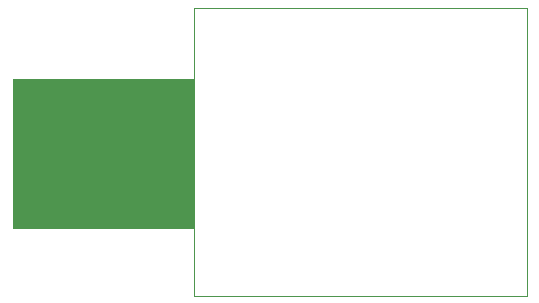
<source format=gbr>
G04*
G04 #@! TF.GenerationSoftware,Altium Limited,Altium Designer,24.2.2 (26)*
G04*
G04 Layer_Color=0*
%FSLAX44Y44*%
%MOMM*%
G71*
G04*
G04 #@! TF.SameCoordinates,FD859A0A-F5B6-4767-9988-903C0D25BE4A*
G04*
G04*
G04 #@! TF.FilePolarity,Positive*
G04*
G01*
G75*
%ADD37C,0.0254*%
G36*
X0Y56650D02*
Y183650D01*
X-153000D01*
Y56650D01*
X0D01*
D02*
G37*
D37*
Y0D02*
X281940D01*
Y243840D01*
X0D01*
Y0D01*
M02*

</source>
